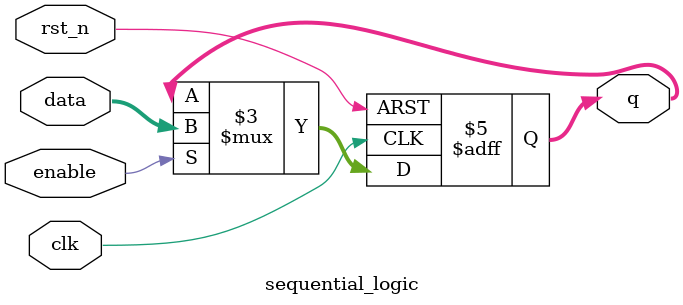
<source format=sv>
module sequential_logic (
    input  logic       clk,
    input  logic       rst_n,
    input  logic       enable,
    input  logic [7:0] data,
    output logic [7:0] q
);
    // Simple sequential logic with flip-flop
    always_ff @(posedge clk or negedge rst_n) begin
        if (!rst_n) begin
            q <= 8'h00;
        end else if (enable) begin
            q <= data;
        end
    end
endmodule

</source>
